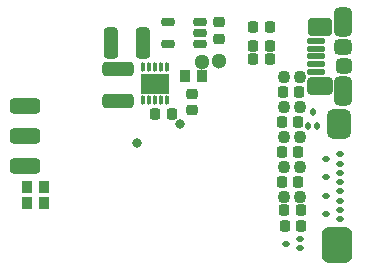
<source format=gbs>
G04 Layer_Color=16711935*
%FSLAX25Y25*%
%MOIN*%
G70*
G01*
G75*
%ADD43C,0.03150*%
%ADD64R,0.03543X0.03937*%
G04:AMPARAMS|DCode=65|XSize=39.37mil|YSize=35.43mil|CornerRadius=9.84mil|HoleSize=0mil|Usage=FLASHONLY|Rotation=90.000|XOffset=0mil|YOffset=0mil|HoleType=Round|Shape=RoundedRectangle|*
%AMROUNDEDRECTD65*
21,1,0.03937,0.01575,0,0,90.0*
21,1,0.01969,0.03543,0,0,90.0*
1,1,0.01969,0.00787,0.00984*
1,1,0.01969,0.00787,-0.00984*
1,1,0.01969,-0.00787,-0.00984*
1,1,0.01969,-0.00787,0.00984*
%
%ADD65ROUNDEDRECTD65*%
G04:AMPARAMS|DCode=71|XSize=17.72mil|YSize=25.59mil|CornerRadius=5.41mil|HoleSize=0mil|Usage=FLASHONLY|Rotation=270.000|XOffset=0mil|YOffset=0mil|HoleType=Round|Shape=RoundedRectangle|*
%AMROUNDEDRECTD71*
21,1,0.01772,0.01476,0,0,270.0*
21,1,0.00689,0.02559,0,0,270.0*
1,1,0.01083,-0.00738,-0.00345*
1,1,0.01083,-0.00738,0.00345*
1,1,0.01083,0.00738,0.00345*
1,1,0.01083,0.00738,-0.00345*
%
%ADD71ROUNDEDRECTD71*%
G04:AMPARAMS|DCode=76|XSize=39.37mil|YSize=35.43mil|CornerRadius=9.84mil|HoleSize=0mil|Usage=FLASHONLY|Rotation=0.000|XOffset=0mil|YOffset=0mil|HoleType=Round|Shape=RoundedRectangle|*
%AMROUNDEDRECTD76*
21,1,0.03937,0.01575,0,0,0.0*
21,1,0.01969,0.03543,0,0,0.0*
1,1,0.01969,0.00984,-0.00787*
1,1,0.01969,-0.00984,-0.00787*
1,1,0.01969,-0.00984,0.00787*
1,1,0.01969,0.00984,0.00787*
%
%ADD76ROUNDEDRECTD76*%
G04:AMPARAMS|DCode=78|XSize=17.72mil|YSize=25.59mil|CornerRadius=5.41mil|HoleSize=0mil|Usage=FLASHONLY|Rotation=180.000|XOffset=0mil|YOffset=0mil|HoleType=Round|Shape=RoundedRectangle|*
%AMROUNDEDRECTD78*
21,1,0.01772,0.01476,0,0,180.0*
21,1,0.00689,0.02559,0,0,180.0*
1,1,0.01083,-0.00345,0.00738*
1,1,0.01083,0.00345,0.00738*
1,1,0.01083,0.00345,-0.00738*
1,1,0.01083,-0.00345,-0.00738*
%
%ADD78ROUNDEDRECTD78*%
G04:AMPARAMS|DCode=82|XSize=102.36mil|YSize=51.18mil|CornerRadius=13.78mil|HoleSize=0mil|Usage=FLASHONLY|Rotation=180.000|XOffset=0mil|YOffset=0mil|HoleType=Round|Shape=RoundedRectangle|*
%AMROUNDEDRECTD82*
21,1,0.10236,0.02362,0,0,180.0*
21,1,0.07480,0.05118,0,0,180.0*
1,1,0.02756,-0.03740,0.01181*
1,1,0.02756,0.03740,0.01181*
1,1,0.02756,0.03740,-0.01181*
1,1,0.02756,-0.03740,-0.01181*
%
%ADD82ROUNDEDRECTD82*%
%ADD86C,0.05118*%
%ADD87C,0.04331*%
%ADD88R,0.09764X0.06890*%
G04:AMPARAMS|DCode=89|XSize=13.78mil|YSize=31.5mil|CornerRadius=4.43mil|HoleSize=0mil|Usage=FLASHONLY|Rotation=0.000|XOffset=0mil|YOffset=0mil|HoleType=Round|Shape=RoundedRectangle|*
%AMROUNDEDRECTD89*
21,1,0.01378,0.02264,0,0,0.0*
21,1,0.00492,0.03150,0,0,0.0*
1,1,0.00886,0.00246,-0.01132*
1,1,0.00886,-0.00246,-0.01132*
1,1,0.00886,-0.00246,0.01132*
1,1,0.00886,0.00246,0.01132*
%
%ADD89ROUNDEDRECTD89*%
G04:AMPARAMS|DCode=90|XSize=106.3mil|YSize=47.24mil|CornerRadius=12.8mil|HoleSize=0mil|Usage=FLASHONLY|Rotation=90.000|XOffset=0mil|YOffset=0mil|HoleType=Round|Shape=RoundedRectangle|*
%AMROUNDEDRECTD90*
21,1,0.10630,0.02165,0,0,90.0*
21,1,0.08071,0.04724,0,0,90.0*
1,1,0.02559,0.01083,0.04035*
1,1,0.02559,0.01083,-0.04035*
1,1,0.02559,-0.01083,-0.04035*
1,1,0.02559,-0.01083,0.04035*
%
%ADD90ROUNDEDRECTD90*%
G04:AMPARAMS|DCode=91|XSize=106.3mil|YSize=47.24mil|CornerRadius=12.8mil|HoleSize=0mil|Usage=FLASHONLY|Rotation=0.000|XOffset=0mil|YOffset=0mil|HoleType=Round|Shape=RoundedRectangle|*
%AMROUNDEDRECTD91*
21,1,0.10630,0.02165,0,0,0.0*
21,1,0.08071,0.04724,0,0,0.0*
1,1,0.02559,0.04035,-0.01083*
1,1,0.02559,-0.04035,-0.01083*
1,1,0.02559,-0.04035,0.01083*
1,1,0.02559,0.04035,0.01083*
%
%ADD91ROUNDEDRECTD91*%
G04:AMPARAMS|DCode=92|XSize=27.56mil|YSize=45.28mil|CornerRadius=7.87mil|HoleSize=0mil|Usage=FLASHONLY|Rotation=90.000|XOffset=0mil|YOffset=0mil|HoleType=Round|Shape=RoundedRectangle|*
%AMROUNDEDRECTD92*
21,1,0.02756,0.02953,0,0,90.0*
21,1,0.01181,0.04528,0,0,90.0*
1,1,0.01575,0.01476,0.00591*
1,1,0.01575,0.01476,-0.00591*
1,1,0.01575,-0.01476,-0.00591*
1,1,0.01575,-0.01476,0.00591*
%
%ADD92ROUNDEDRECTD92*%
G04:AMPARAMS|DCode=93|XSize=97.44mil|YSize=59.06mil|CornerRadius=15.75mil|HoleSize=0mil|Usage=FLASHONLY|Rotation=270.000|XOffset=0mil|YOffset=0mil|HoleType=Round|Shape=RoundedRectangle|*
%AMROUNDEDRECTD93*
21,1,0.09744,0.02756,0,0,270.0*
21,1,0.06594,0.05906,0,0,270.0*
1,1,0.03150,-0.01378,-0.03297*
1,1,0.03150,-0.01378,0.03297*
1,1,0.03150,0.01378,0.03297*
1,1,0.03150,0.01378,-0.03297*
%
%ADD93ROUNDEDRECTD93*%
G04:AMPARAMS|DCode=94|XSize=50.2mil|YSize=59.06mil|CornerRadius=13.53mil|HoleSize=0mil|Usage=FLASHONLY|Rotation=270.000|XOffset=0mil|YOffset=0mil|HoleType=Round|Shape=RoundedRectangle|*
%AMROUNDEDRECTD94*
21,1,0.05020,0.03199,0,0,270.0*
21,1,0.02313,0.05906,0,0,270.0*
1,1,0.02707,-0.01599,-0.01157*
1,1,0.02707,-0.01599,0.01157*
1,1,0.02707,0.01599,0.01157*
1,1,0.02707,0.01599,-0.01157*
%
%ADD94ROUNDEDRECTD94*%
G04:AMPARAMS|DCode=95|XSize=50.2mil|YSize=55.12mil|CornerRadius=13.53mil|HoleSize=0mil|Usage=FLASHONLY|Rotation=270.000|XOffset=0mil|YOffset=0mil|HoleType=Round|Shape=RoundedRectangle|*
%AMROUNDEDRECTD95*
21,1,0.05020,0.02805,0,0,270.0*
21,1,0.02313,0.05512,0,0,270.0*
1,1,0.02707,-0.01403,-0.01157*
1,1,0.02707,-0.01403,0.01157*
1,1,0.02707,0.01403,0.01157*
1,1,0.02707,0.01403,-0.01157*
%
%ADD95ROUNDEDRECTD95*%
G04:AMPARAMS|DCode=96|XSize=62.01mil|YSize=82.68mil|CornerRadius=16.49mil|HoleSize=0mil|Usage=FLASHONLY|Rotation=270.000|XOffset=0mil|YOffset=0mil|HoleType=Round|Shape=RoundedRectangle|*
%AMROUNDEDRECTD96*
21,1,0.06201,0.04971,0,0,270.0*
21,1,0.02904,0.08268,0,0,270.0*
1,1,0.03297,-0.02485,-0.01452*
1,1,0.03297,-0.02485,0.01452*
1,1,0.03297,0.02485,0.01452*
1,1,0.03297,0.02485,-0.01452*
%
%ADD96ROUNDEDRECTD96*%
G04:AMPARAMS|DCode=97|XSize=62.01mil|YSize=86.61mil|CornerRadius=16.49mil|HoleSize=0mil|Usage=FLASHONLY|Rotation=270.000|XOffset=0mil|YOffset=0mil|HoleType=Round|Shape=RoundedRectangle|*
%AMROUNDEDRECTD97*
21,1,0.06201,0.05364,0,0,270.0*
21,1,0.02904,0.08661,0,0,270.0*
1,1,0.03297,-0.02682,-0.01452*
1,1,0.03297,-0.02682,0.01452*
1,1,0.03297,0.02682,0.01452*
1,1,0.03297,0.02682,-0.01452*
%
%ADD97ROUNDEDRECTD97*%
G04:AMPARAMS|DCode=98|XSize=21.65mil|YSize=58.27mil|CornerRadius=6.4mil|HoleSize=0mil|Usage=FLASHONLY|Rotation=90.000|XOffset=0mil|YOffset=0mil|HoleType=Round|Shape=RoundedRectangle|*
%AMROUNDEDRECTD98*
21,1,0.02165,0.04547,0,0,90.0*
21,1,0.00886,0.05827,0,0,90.0*
1,1,0.01280,0.02274,0.00443*
1,1,0.01280,0.02274,-0.00443*
1,1,0.01280,-0.02274,-0.00443*
1,1,0.01280,-0.02274,0.00443*
%
%ADD98ROUNDEDRECTD98*%
G04:AMPARAMS|DCode=99|XSize=82.68mil|YSize=98.43mil|CornerRadius=21.65mil|HoleSize=0mil|Usage=FLASHONLY|Rotation=180.000|XOffset=0mil|YOffset=0mil|HoleType=Round|Shape=RoundedRectangle|*
%AMROUNDEDRECTD99*
21,1,0.08268,0.05512,0,0,180.0*
21,1,0.03937,0.09843,0,0,180.0*
1,1,0.04331,-0.01969,0.02756*
1,1,0.04331,0.01969,0.02756*
1,1,0.04331,0.01969,-0.02756*
1,1,0.04331,-0.01969,-0.02756*
%
%ADD99ROUNDEDRECTD99*%
G04:AMPARAMS|DCode=100|XSize=122.05mil|YSize=102.36mil|CornerRadius=26.58mil|HoleSize=0mil|Usage=FLASHONLY|Rotation=270.000|XOffset=0mil|YOffset=0mil|HoleType=Round|Shape=RoundedRectangle|*
%AMROUNDEDRECTD100*
21,1,0.12205,0.04921,0,0,270.0*
21,1,0.06890,0.10236,0,0,270.0*
1,1,0.05315,-0.02461,-0.03445*
1,1,0.05315,-0.02461,0.03445*
1,1,0.05315,0.02461,0.03445*
1,1,0.05315,0.02461,-0.03445*
%
%ADD100ROUNDEDRECTD100*%
D43*
X57677Y47933D02*
D03*
X43504Y41437D02*
D03*
D64*
X59449Y63976D02*
D03*
X64961D02*
D03*
X6890Y26969D02*
D03*
X12402D02*
D03*
X6807Y21547D02*
D03*
X12319D02*
D03*
D65*
X91929Y58661D02*
D03*
X97441D02*
D03*
X97146Y48524D02*
D03*
X91634D02*
D03*
X91604Y38642D02*
D03*
X97116D02*
D03*
X91604Y28425D02*
D03*
X97116D02*
D03*
X92490Y19094D02*
D03*
X98002D02*
D03*
X92588Y13780D02*
D03*
X98100D02*
D03*
X82087Y69488D02*
D03*
X87598D02*
D03*
X54921Y51181D02*
D03*
X49409D02*
D03*
X82087Y80315D02*
D03*
X87598D02*
D03*
X82087Y73966D02*
D03*
X87598D02*
D03*
D71*
X111221Y37795D02*
D03*
Y34646D02*
D03*
X106496Y36220D02*
D03*
X111221Y31627D02*
D03*
Y28478D02*
D03*
X106496Y30053D02*
D03*
X111221Y25459D02*
D03*
Y22310D02*
D03*
X106496Y23885D02*
D03*
X111221Y19291D02*
D03*
Y16142D02*
D03*
X106496Y17717D02*
D03*
X97638Y9514D02*
D03*
Y6365D02*
D03*
X92913Y7940D02*
D03*
D76*
X61614Y52461D02*
D03*
Y57973D02*
D03*
X70571Y76181D02*
D03*
Y81693D02*
D03*
D78*
X103543Y47244D02*
D03*
X100394D02*
D03*
X101969Y51968D02*
D03*
D82*
X5906Y53848D02*
D03*
Y43848D02*
D03*
Y33848D02*
D03*
D86*
X70866Y68898D02*
D03*
X65158Y68602D02*
D03*
D87*
X92246Y63657D02*
D03*
Y53657D02*
D03*
Y43657D02*
D03*
Y33658D02*
D03*
Y23658D02*
D03*
X97583D02*
D03*
Y63657D02*
D03*
Y33658D02*
D03*
Y53657D02*
D03*
Y43657D02*
D03*
D88*
X49409Y61319D02*
D03*
D89*
X45472Y55709D02*
D03*
X47441D02*
D03*
X49409D02*
D03*
X51378D02*
D03*
X53347D02*
D03*
Y66929D02*
D03*
X51378D02*
D03*
X49409D02*
D03*
X47441D02*
D03*
X45472D02*
D03*
D90*
X34744Y74803D02*
D03*
X45374D02*
D03*
D91*
X37205Y66142D02*
D03*
Y55512D02*
D03*
D92*
X64272Y81890D02*
D03*
Y78150D02*
D03*
Y74410D02*
D03*
X53839D02*
D03*
Y81890D02*
D03*
D93*
X112205Y58760D02*
D03*
Y81988D02*
D03*
D94*
Y73425D02*
D03*
D95*
X112402Y67028D02*
D03*
D96*
X104303Y80216D02*
D03*
D97*
X104500Y60532D02*
D03*
D98*
X103122Y75492D02*
D03*
Y65256D02*
D03*
Y67815D02*
D03*
Y72933D02*
D03*
Y70374D02*
D03*
D99*
X110728Y47933D02*
D03*
D100*
X109941Y7579D02*
D03*
M02*

</source>
